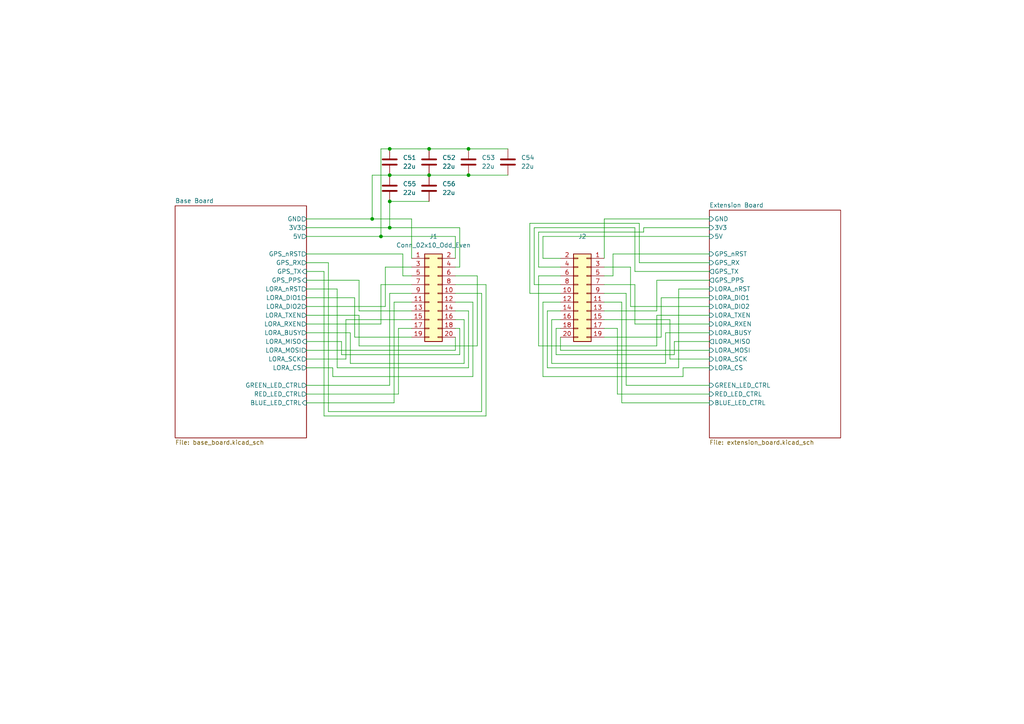
<source format=kicad_sch>
(kicad_sch
	(version 20231120)
	(generator "eeschema")
	(generator_version "8.0")
	(uuid "2b2e7a46-7688-49d7-b5d0-90683ba998fa")
	(paper "A4")
	(lib_symbols
		(symbol "Connector_Generic:Conn_02x10_Odd_Even"
			(pin_names
				(offset 1.016) hide)
			(exclude_from_sim no)
			(in_bom yes)
			(on_board yes)
			(property "Reference" "J"
				(at 1.27 12.7 0)
				(effects
					(font
						(size 1.27 1.27)
					)
				)
			)
			(property "Value" "Conn_02x10_Odd_Even"
				(at 1.27 -15.24 0)
				(effects
					(font
						(size 1.27 1.27)
					)
				)
			)
			(property "Footprint" ""
				(at 0 0 0)
				(effects
					(font
						(size 1.27 1.27)
					)
					(hide yes)
				)
			)
			(property "Datasheet" "~"
				(at 0 0 0)
				(effects
					(font
						(size 1.27 1.27)
					)
					(hide yes)
				)
			)
			(property "Description" "Generic connector, double row, 02x10, odd/even pin numbering scheme (row 1 odd numbers, row 2 even numbers), script generated (kicad-library-utils/schlib/autogen/connector/)"
				(at 0 0 0)
				(effects
					(font
						(size 1.27 1.27)
					)
					(hide yes)
				)
			)
			(property "ki_keywords" "connector"
				(at 0 0 0)
				(effects
					(font
						(size 1.27 1.27)
					)
					(hide yes)
				)
			)
			(property "ki_fp_filters" "Connector*:*_2x??_*"
				(at 0 0 0)
				(effects
					(font
						(size 1.27 1.27)
					)
					(hide yes)
				)
			)
			(symbol "Conn_02x10_Odd_Even_1_1"
				(rectangle
					(start -1.27 -12.573)
					(end 0 -12.827)
					(stroke
						(width 0.1524)
						(type default)
					)
					(fill
						(type none)
					)
				)
				(rectangle
					(start -1.27 -10.033)
					(end 0 -10.287)
					(stroke
						(width 0.1524)
						(type default)
					)
					(fill
						(type none)
					)
				)
				(rectangle
					(start -1.27 -7.493)
					(end 0 -7.747)
					(stroke
						(width 0.1524)
						(type default)
					)
					(fill
						(type none)
					)
				)
				(rectangle
					(start -1.27 -4.953)
					(end 0 -5.207)
					(stroke
						(width 0.1524)
						(type default)
					)
					(fill
						(type none)
					)
				)
				(rectangle
					(start -1.27 -2.413)
					(end 0 -2.667)
					(stroke
						(width 0.1524)
						(type default)
					)
					(fill
						(type none)
					)
				)
				(rectangle
					(start -1.27 0.127)
					(end 0 -0.127)
					(stroke
						(width 0.1524)
						(type default)
					)
					(fill
						(type none)
					)
				)
				(rectangle
					(start -1.27 2.667)
					(end 0 2.413)
					(stroke
						(width 0.1524)
						(type default)
					)
					(fill
						(type none)
					)
				)
				(rectangle
					(start -1.27 5.207)
					(end 0 4.953)
					(stroke
						(width 0.1524)
						(type default)
					)
					(fill
						(type none)
					)
				)
				(rectangle
					(start -1.27 7.747)
					(end 0 7.493)
					(stroke
						(width 0.1524)
						(type default)
					)
					(fill
						(type none)
					)
				)
				(rectangle
					(start -1.27 10.287)
					(end 0 10.033)
					(stroke
						(width 0.1524)
						(type default)
					)
					(fill
						(type none)
					)
				)
				(rectangle
					(start -1.27 11.43)
					(end 3.81 -13.97)
					(stroke
						(width 0.254)
						(type default)
					)
					(fill
						(type background)
					)
				)
				(rectangle
					(start 3.81 -12.573)
					(end 2.54 -12.827)
					(stroke
						(width 0.1524)
						(type default)
					)
					(fill
						(type none)
					)
				)
				(rectangle
					(start 3.81 -10.033)
					(end 2.54 -10.287)
					(stroke
						(width 0.1524)
						(type default)
					)
					(fill
						(type none)
					)
				)
				(rectangle
					(start 3.81 -7.493)
					(end 2.54 -7.747)
					(stroke
						(width 0.1524)
						(type default)
					)
					(fill
						(type none)
					)
				)
				(rectangle
					(start 3.81 -4.953)
					(end 2.54 -5.207)
					(stroke
						(width 0.1524)
						(type default)
					)
					(fill
						(type none)
					)
				)
				(rectangle
					(start 3.81 -2.413)
					(end 2.54 -2.667)
					(stroke
						(width 0.1524)
						(type default)
					)
					(fill
						(type none)
					)
				)
				(rectangle
					(start 3.81 0.127)
					(end 2.54 -0.127)
					(stroke
						(width 0.1524)
						(type default)
					)
					(fill
						(type none)
					)
				)
				(rectangle
					(start 3.81 2.667)
					(end 2.54 2.413)
					(stroke
						(width 0.1524)
						(type default)
					)
					(fill
						(type none)
					)
				)
				(rectangle
					(start 3.81 5.207)
					(end 2.54 4.953)
					(stroke
						(width 0.1524)
						(type default)
					)
					(fill
						(type none)
					)
				)
				(rectangle
					(start 3.81 7.747)
					(end 2.54 7.493)
					(stroke
						(width 0.1524)
						(type default)
					)
					(fill
						(type none)
					)
				)
				(rectangle
					(start 3.81 10.287)
					(end 2.54 10.033)
					(stroke
						(width 0.1524)
						(type default)
					)
					(fill
						(type none)
					)
				)
				(pin passive line
					(at -5.08 10.16 0)
					(length 3.81)
					(name "Pin_1"
						(effects
							(font
								(size 1.27 1.27)
							)
						)
					)
					(number "1"
						(effects
							(font
								(size 1.27 1.27)
							)
						)
					)
				)
				(pin passive line
					(at 7.62 0 180)
					(length 3.81)
					(name "Pin_10"
						(effects
							(font
								(size 1.27 1.27)
							)
						)
					)
					(number "10"
						(effects
							(font
								(size 1.27 1.27)
							)
						)
					)
				)
				(pin passive line
					(at -5.08 -2.54 0)
					(length 3.81)
					(name "Pin_11"
						(effects
							(font
								(size 1.27 1.27)
							)
						)
					)
					(number "11"
						(effects
							(font
								(size 1.27 1.27)
							)
						)
					)
				)
				(pin passive line
					(at 7.62 -2.54 180)
					(length 3.81)
					(name "Pin_12"
						(effects
							(font
								(size 1.27 1.27)
							)
						)
					)
					(number "12"
						(effects
							(font
								(size 1.27 1.27)
							)
						)
					)
				)
				(pin passive line
					(at -5.08 -5.08 0)
					(length 3.81)
					(name "Pin_13"
						(effects
							(font
								(size 1.27 1.27)
							)
						)
					)
					(number "13"
						(effects
							(font
								(size 1.27 1.27)
							)
						)
					)
				)
				(pin passive line
					(at 7.62 -5.08 180)
					(length 3.81)
					(name "Pin_14"
						(effects
							(font
								(size 1.27 1.27)
							)
						)
					)
					(number "14"
						(effects
							(font
								(size 1.27 1.27)
							)
						)
					)
				)
				(pin passive line
					(at -5.08 -7.62 0)
					(length 3.81)
					(name "Pin_15"
						(effects
							(font
								(size 1.27 1.27)
							)
						)
					)
					(number "15"
						(effects
							(font
								(size 1.27 1.27)
							)
						)
					)
				)
				(pin passive line
					(at 7.62 -7.62 180)
					(length 3.81)
					(name "Pin_16"
						(effects
							(font
								(size 1.27 1.27)
							)
						)
					)
					(number "16"
						(effects
							(font
								(size 1.27 1.27)
							)
						)
					)
				)
				(pin passive line
					(at -5.08 -10.16 0)
					(length 3.81)
					(name "Pin_17"
						(effects
							(font
								(size 1.27 1.27)
							)
						)
					)
					(number "17"
						(effects
							(font
								(size 1.27 1.27)
							)
						)
					)
				)
				(pin passive line
					(at 7.62 -10.16 180)
					(length 3.81)
					(name "Pin_18"
						(effects
							(font
								(size 1.27 1.27)
							)
						)
					)
					(number "18"
						(effects
							(font
								(size 1.27 1.27)
							)
						)
					)
				)
				(pin passive line
					(at -5.08 -12.7 0)
					(length 3.81)
					(name "Pin_19"
						(effects
							(font
								(size 1.27 1.27)
							)
						)
					)
					(number "19"
						(effects
							(font
								(size 1.27 1.27)
							)
						)
					)
				)
				(pin passive line
					(at 7.62 10.16 180)
					(length 3.81)
					(name "Pin_2"
						(effects
							(font
								(size 1.27 1.27)
							)
						)
					)
					(number "2"
						(effects
							(font
								(size 1.27 1.27)
							)
						)
					)
				)
				(pin passive line
					(at 7.62 -12.7 180)
					(length 3.81)
					(name "Pin_20"
						(effects
							(font
								(size 1.27 1.27)
							)
						)
					)
					(number "20"
						(effects
							(font
								(size 1.27 1.27)
							)
						)
					)
				)
				(pin passive line
					(at -5.08 7.62 0)
					(length 3.81)
					(name "Pin_3"
						(effects
							(font
								(size 1.27 1.27)
							)
						)
					)
					(number "3"
						(effects
							(font
								(size 1.27 1.27)
							)
						)
					)
				)
				(pin passive line
					(at 7.62 7.62 180)
					(length 3.81)
					(name "Pin_4"
						(effects
							(font
								(size 1.27 1.27)
							)
						)
					)
					(number "4"
						(effects
							(font
								(size 1.27 1.27)
							)
						)
					)
				)
				(pin passive line
					(at -5.08 5.08 0)
					(length 3.81)
					(name "Pin_5"
						(effects
							(font
								(size 1.27 1.27)
							)
						)
					)
					(number "5"
						(effects
							(font
								(size 1.27 1.27)
							)
						)
					)
				)
				(pin passive line
					(at 7.62 5.08 180)
					(length 3.81)
					(name "Pin_6"
						(effects
							(font
								(size 1.27 1.27)
							)
						)
					)
					(number "6"
						(effects
							(font
								(size 1.27 1.27)
							)
						)
					)
				)
				(pin passive line
					(at -5.08 2.54 0)
					(length 3.81)
					(name "Pin_7"
						(effects
							(font
								(size 1.27 1.27)
							)
						)
					)
					(number "7"
						(effects
							(font
								(size 1.27 1.27)
							)
						)
					)
				)
				(pin passive line
					(at 7.62 2.54 180)
					(length 3.81)
					(name "Pin_8"
						(effects
							(font
								(size 1.27 1.27)
							)
						)
					)
					(number "8"
						(effects
							(font
								(size 1.27 1.27)
							)
						)
					)
				)
				(pin passive line
					(at -5.08 0 0)
					(length 3.81)
					(name "Pin_9"
						(effects
							(font
								(size 1.27 1.27)
							)
						)
					)
					(number "9"
						(effects
							(font
								(size 1.27 1.27)
							)
						)
					)
				)
			)
		)
		(symbol "Device:C"
			(pin_numbers hide)
			(pin_names
				(offset 0.254)
			)
			(exclude_from_sim no)
			(in_bom yes)
			(on_board yes)
			(property "Reference" "C"
				(at 0.635 2.54 0)
				(effects
					(font
						(size 1.27 1.27)
					)
					(justify left)
				)
			)
			(property "Value" "C"
				(at 0.635 -2.54 0)
				(effects
					(font
						(size 1.27 1.27)
					)
					(justify left)
				)
			)
			(property "Footprint" ""
				(at 0.9652 -3.81 0)
				(effects
					(font
						(size 1.27 1.27)
					)
					(hide yes)
				)
			)
			(property "Datasheet" "~"
				(at 0 0 0)
				(effects
					(font
						(size 1.27 1.27)
					)
					(hide yes)
				)
			)
			(property "Description" "Unpolarized capacitor"
				(at 0 0 0)
				(effects
					(font
						(size 1.27 1.27)
					)
					(hide yes)
				)
			)
			(property "ki_keywords" "cap capacitor"
				(at 0 0 0)
				(effects
					(font
						(size 1.27 1.27)
					)
					(hide yes)
				)
			)
			(property "ki_fp_filters" "C_*"
				(at 0 0 0)
				(effects
					(font
						(size 1.27 1.27)
					)
					(hide yes)
				)
			)
			(symbol "C_0_1"
				(polyline
					(pts
						(xy -2.032 -0.762) (xy 2.032 -0.762)
					)
					(stroke
						(width 0.508)
						(type default)
					)
					(fill
						(type none)
					)
				)
				(polyline
					(pts
						(xy -2.032 0.762) (xy 2.032 0.762)
					)
					(stroke
						(width 0.508)
						(type default)
					)
					(fill
						(type none)
					)
				)
			)
			(symbol "C_1_1"
				(pin passive line
					(at 0 3.81 270)
					(length 2.794)
					(name "~"
						(effects
							(font
								(size 1.27 1.27)
							)
						)
					)
					(number "1"
						(effects
							(font
								(size 1.27 1.27)
							)
						)
					)
				)
				(pin passive line
					(at 0 -3.81 90)
					(length 2.794)
					(name "~"
						(effects
							(font
								(size 1.27 1.27)
							)
						)
					)
					(number "2"
						(effects
							(font
								(size 1.27 1.27)
							)
						)
					)
				)
			)
		)
	)
	(junction
		(at 124.46 43.18)
		(diameter 0)
		(color 0 0 0 0)
		(uuid "2d6a50f4-88de-4b91-b0b4-6e9b923007e7")
	)
	(junction
		(at 110.49 68.58)
		(diameter 0)
		(color 0 0 0 0)
		(uuid "3fbc9d23-8b58-44af-ac7c-15ea19be5e91")
	)
	(junction
		(at 124.46 50.8)
		(diameter 0)
		(color 0 0 0 0)
		(uuid "6cf7f491-3399-481c-bdbc-bb6d3bde361d")
	)
	(junction
		(at 113.03 50.8)
		(diameter 0)
		(color 0 0 0 0)
		(uuid "71cf809f-0d8c-4abf-ab55-0eab26084ff8")
	)
	(junction
		(at 113.03 58.42)
		(diameter 0)
		(color 0 0 0 0)
		(uuid "ae8eb9c5-e7f2-40a2-94b3-3ffcbf1fc719")
	)
	(junction
		(at 113.03 43.18)
		(diameter 0)
		(color 0 0 0 0)
		(uuid "af5576d5-e3a4-4aee-a4cc-9fb89bc303b8")
	)
	(junction
		(at 107.95 63.5)
		(diameter 0)
		(color 0 0 0 0)
		(uuid "afd2af06-804e-4a79-a457-c5e6b58ca1dd")
	)
	(junction
		(at 135.89 43.18)
		(diameter 0)
		(color 0 0 0 0)
		(uuid "c5ba8a63-ddf2-42fd-acc6-69b4e21433ab")
	)
	(junction
		(at 113.03 66.04)
		(diameter 0)
		(color 0 0 0 0)
		(uuid "e3e3cf75-f95d-4db0-8a78-faaab0401dce")
	)
	(junction
		(at 135.89 50.8)
		(diameter 0)
		(color 0 0 0 0)
		(uuid "fe3ec198-cd91-41af-86ac-bffaed135626")
	)
	(wire
		(pts
			(xy 97.79 106.68) (xy 97.79 83.82)
		)
		(stroke
			(width 0)
			(type default)
		)
		(uuid "003466cc-b3b9-4d59-a565-ea3ab787998b")
	)
	(wire
		(pts
			(xy 96.52 109.22) (xy 96.52 106.68)
		)
		(stroke
			(width 0)
			(type default)
		)
		(uuid "00e28fdf-a61e-4532-b9fb-5104c01d3b61")
	)
	(wire
		(pts
			(xy 162.56 74.93) (xy 157.48 74.93)
		)
		(stroke
			(width 0)
			(type default)
		)
		(uuid "04d4cc38-5307-4a1e-bcaa-9483df3dfeb1")
	)
	(wire
		(pts
			(xy 186.69 66.04) (xy 205.74 66.04)
		)
		(stroke
			(width 0)
			(type default)
		)
		(uuid "069c6914-a53c-4974-8b16-de7d445b89e8")
	)
	(wire
		(pts
			(xy 114.3 87.63) (xy 114.3 116.84)
		)
		(stroke
			(width 0)
			(type default)
		)
		(uuid "06e854d9-a3dd-43d6-a476-33278614a2de")
	)
	(wire
		(pts
			(xy 119.38 87.63) (xy 114.3 87.63)
		)
		(stroke
			(width 0)
			(type default)
		)
		(uuid "071236d5-92dc-42b4-b608-e74eebda1c70")
	)
	(wire
		(pts
			(xy 101.6 96.52) (xy 88.9 96.52)
		)
		(stroke
			(width 0)
			(type default)
		)
		(uuid "08cd3716-bb08-4729-a301-c2a0311fcf31")
	)
	(wire
		(pts
			(xy 157.48 74.93) (xy 157.48 68.58)
		)
		(stroke
			(width 0)
			(type default)
		)
		(uuid "0ad08af6-2a19-46b9-a2cf-3fcb46bff67c")
	)
	(wire
		(pts
			(xy 190.5 90.17) (xy 190.5 81.28)
		)
		(stroke
			(width 0)
			(type default)
		)
		(uuid "0d414ab1-879d-4812-8442-c6fe92cc80a0")
	)
	(wire
		(pts
			(xy 161.29 95.25) (xy 161.29 102.87)
		)
		(stroke
			(width 0)
			(type default)
		)
		(uuid "0f9924dd-2e10-4730-bc31-982d845634e9")
	)
	(wire
		(pts
			(xy 153.67 85.09) (xy 153.67 64.77)
		)
		(stroke
			(width 0)
			(type default)
		)
		(uuid "13b9db6d-2e7a-40b3-a2e4-5289ec9ee1b3")
	)
	(wire
		(pts
			(xy 184.15 78.74) (xy 205.74 78.74)
		)
		(stroke
			(width 0)
			(type default)
		)
		(uuid "158e8256-fa70-4a0b-960c-2aa687a9579b")
	)
	(wire
		(pts
			(xy 182.88 77.47) (xy 182.88 88.9)
		)
		(stroke
			(width 0)
			(type default)
		)
		(uuid "1737a45f-b214-4829-9ee2-04e65aa63ea9")
	)
	(wire
		(pts
			(xy 132.08 92.71) (xy 134.62 92.71)
		)
		(stroke
			(width 0)
			(type default)
		)
		(uuid "1792d637-3831-4bdb-b8cd-3b6014cc5829")
	)
	(wire
		(pts
			(xy 191.77 97.79) (xy 191.77 86.36)
		)
		(stroke
			(width 0)
			(type default)
		)
		(uuid "17cc022d-14ce-4cca-9bc0-490b11b28ec9")
	)
	(wire
		(pts
			(xy 135.89 43.18) (xy 147.32 43.18)
		)
		(stroke
			(width 0)
			(type default)
		)
		(uuid "18229356-67ac-4458-8186-053a874d67d2")
	)
	(wire
		(pts
			(xy 124.46 50.8) (xy 135.89 50.8)
		)
		(stroke
			(width 0)
			(type default)
		)
		(uuid "18eda1b0-7ab8-4440-a7b9-69e4709f1768")
	)
	(wire
		(pts
			(xy 162.56 82.55) (xy 154.94 82.55)
		)
		(stroke
			(width 0)
			(type default)
		)
		(uuid "1aa6609f-c218-469c-9281-babd17a5517f")
	)
	(wire
		(pts
			(xy 162.56 80.01) (xy 156.21 80.01)
		)
		(stroke
			(width 0)
			(type default)
		)
		(uuid "1ad23177-3d3e-45f4-9775-28d8492abea7")
	)
	(wire
		(pts
			(xy 97.79 83.82) (xy 88.9 83.82)
		)
		(stroke
			(width 0)
			(type default)
		)
		(uuid "1fb3b7ae-a6d4-470f-8da8-0c20ae267dbc")
	)
	(wire
		(pts
			(xy 110.49 68.58) (xy 132.08 68.58)
		)
		(stroke
			(width 0)
			(type default)
		)
		(uuid "20990c40-d029-4158-bc0a-c5fc98a8db3e")
	)
	(wire
		(pts
			(xy 158.75 106.68) (xy 196.85 106.68)
		)
		(stroke
			(width 0)
			(type default)
		)
		(uuid "23811c22-c9c2-4d5e-8c76-05f8af59af8c")
	)
	(wire
		(pts
			(xy 110.49 93.98) (xy 110.49 82.55)
		)
		(stroke
			(width 0)
			(type default)
		)
		(uuid "2473fe70-2fc6-4783-8c84-9fe7775b2158")
	)
	(wire
		(pts
			(xy 195.58 102.87) (xy 195.58 99.06)
		)
		(stroke
			(width 0)
			(type default)
		)
		(uuid "248cb1a1-26c7-4c09-bd6d-47488b8ca999")
	)
	(wire
		(pts
			(xy 116.84 73.66) (xy 88.9 73.66)
		)
		(stroke
			(width 0)
			(type default)
		)
		(uuid "25e1ecf0-8865-4a20-b15b-8d2abf83dd9a")
	)
	(wire
		(pts
			(xy 198.12 106.68) (xy 205.74 106.68)
		)
		(stroke
			(width 0)
			(type default)
		)
		(uuid "28239b6e-0410-4106-8ffc-8a3191b6265d")
	)
	(wire
		(pts
			(xy 104.14 90.17) (xy 104.14 81.28)
		)
		(stroke
			(width 0)
			(type default)
		)
		(uuid "28c37fe3-4f47-4bac-ae0d-7ee43660dc7d")
	)
	(wire
		(pts
			(xy 198.12 109.22) (xy 198.12 106.68)
		)
		(stroke
			(width 0)
			(type default)
		)
		(uuid "29d710c1-a958-4c10-9c79-287ae2e300f0")
	)
	(wire
		(pts
			(xy 182.88 88.9) (xy 205.74 88.9)
		)
		(stroke
			(width 0)
			(type default)
		)
		(uuid "2a200d2b-aa85-419e-9d68-db62cafb78c4")
	)
	(wire
		(pts
			(xy 93.98 78.74) (xy 93.98 120.65)
		)
		(stroke
			(width 0)
			(type default)
		)
		(uuid "3008656f-b934-47a7-9654-2ad1891aa22f")
	)
	(wire
		(pts
			(xy 132.08 95.25) (xy 133.35 95.25)
		)
		(stroke
			(width 0)
			(type default)
		)
		(uuid "3008aeb0-d1cf-462d-b43e-aba39ce079b3")
	)
	(wire
		(pts
			(xy 191.77 86.36) (xy 205.74 86.36)
		)
		(stroke
			(width 0)
			(type default)
		)
		(uuid "33a4d9e7-9049-4bc0-93cf-c58341e7ea9c")
	)
	(wire
		(pts
			(xy 100.33 92.71) (xy 100.33 104.14)
		)
		(stroke
			(width 0)
			(type default)
		)
		(uuid "37635e6f-458d-4f9b-b17d-f631bb329643")
	)
	(wire
		(pts
			(xy 139.7 85.09) (xy 139.7 119.38)
		)
		(stroke
			(width 0)
			(type default)
		)
		(uuid "39ae4a79-5b98-48b4-b74d-0522f79d02d3")
	)
	(wire
		(pts
			(xy 132.08 85.09) (xy 139.7 85.09)
		)
		(stroke
			(width 0)
			(type default)
		)
		(uuid "3db4c707-cc54-4309-8c35-bcfb70b31b9c")
	)
	(wire
		(pts
			(xy 156.21 67.31) (xy 186.69 67.31)
		)
		(stroke
			(width 0)
			(type default)
		)
		(uuid "40dba8d4-a29f-4568-8eb7-ab0d6298253d")
	)
	(wire
		(pts
			(xy 107.95 63.5) (xy 119.38 63.5)
		)
		(stroke
			(width 0)
			(type default)
		)
		(uuid "4620ad43-eaba-4058-815e-c9d3f62f501b")
	)
	(wire
		(pts
			(xy 179.07 95.25) (xy 179.07 114.3)
		)
		(stroke
			(width 0)
			(type default)
		)
		(uuid "46c280e8-3c44-45e2-accc-ff4f985d8909")
	)
	(wire
		(pts
			(xy 175.26 87.63) (xy 180.34 87.63)
		)
		(stroke
			(width 0)
			(type default)
		)
		(uuid "47c6a2ea-58ad-41ef-88aa-86a6c6b6a8c7")
	)
	(wire
		(pts
			(xy 93.98 120.65) (xy 140.97 120.65)
		)
		(stroke
			(width 0)
			(type default)
		)
		(uuid "49ecc3e3-562c-4958-9fe6-5ab37c7fd734")
	)
	(wire
		(pts
			(xy 175.26 90.17) (xy 190.5 90.17)
		)
		(stroke
			(width 0)
			(type default)
		)
		(uuid "4b2506a7-f27c-4392-ac01-cc05891ba3ee")
	)
	(wire
		(pts
			(xy 88.9 66.04) (xy 113.03 66.04)
		)
		(stroke
			(width 0)
			(type default)
		)
		(uuid "4d2ebf99-8b6b-495d-a449-7029b12c4021")
	)
	(wire
		(pts
			(xy 132.08 97.79) (xy 132.08 101.6)
		)
		(stroke
			(width 0)
			(type default)
		)
		(uuid "4d909b5e-267b-4aff-8254-a3debca18d11")
	)
	(wire
		(pts
			(xy 190.5 100.33) (xy 190.5 91.44)
		)
		(stroke
			(width 0)
			(type default)
		)
		(uuid "4e07440c-caad-4fa3-a6a7-d02da1c00fda")
	)
	(wire
		(pts
			(xy 113.03 43.18) (xy 110.49 43.18)
		)
		(stroke
			(width 0)
			(type default)
		)
		(uuid "4e3c55e7-6e6b-46d7-ac55-887264db97de")
	)
	(wire
		(pts
			(xy 134.62 92.71) (xy 134.62 105.41)
		)
		(stroke
			(width 0)
			(type default)
		)
		(uuid "4f8a7991-334b-4a3a-a082-61779d08dd9a")
	)
	(wire
		(pts
			(xy 135.89 106.68) (xy 97.79 106.68)
		)
		(stroke
			(width 0)
			(type default)
		)
		(uuid "50f6c98e-ad2e-4f4f-b4f3-d5489767d86d")
	)
	(wire
		(pts
			(xy 177.8 73.66) (xy 205.74 73.66)
		)
		(stroke
			(width 0)
			(type default)
		)
		(uuid "522b6be2-b632-4ae2-82f8-45488790a071")
	)
	(wire
		(pts
			(xy 132.08 80.01) (xy 138.43 80.01)
		)
		(stroke
			(width 0)
			(type default)
		)
		(uuid "5420d283-74d7-4c92-b545-7429b8017892")
	)
	(wire
		(pts
			(xy 111.76 77.47) (xy 111.76 88.9)
		)
		(stroke
			(width 0)
			(type default)
		)
		(uuid "54368015-c595-4838-8228-3dcb63e9baa0")
	)
	(wire
		(pts
			(xy 119.38 74.93) (xy 119.38 63.5)
		)
		(stroke
			(width 0)
			(type default)
		)
		(uuid "5455b06c-d80b-4ff8-94c4-297ce064961c")
	)
	(wire
		(pts
			(xy 175.26 95.25) (xy 179.07 95.25)
		)
		(stroke
			(width 0)
			(type default)
		)
		(uuid "5a62216d-235c-4502-826c-03bf5add5146")
	)
	(wire
		(pts
			(xy 113.03 66.04) (xy 133.35 66.04)
		)
		(stroke
			(width 0)
			(type default)
		)
		(uuid "5b8de52b-52e4-49dd-b250-ddceaecc4881")
	)
	(wire
		(pts
			(xy 133.35 66.04) (xy 133.35 77.47)
		)
		(stroke
			(width 0)
			(type default)
		)
		(uuid "5ef3499f-4465-48ee-867f-5b99c8232388")
	)
	(wire
		(pts
			(xy 113.03 85.09) (xy 113.03 111.76)
		)
		(stroke
			(width 0)
			(type default)
		)
		(uuid "62308f7a-661d-4eb6-985a-74fffdc5f674")
	)
	(wire
		(pts
			(xy 194.31 104.14) (xy 205.74 104.14)
		)
		(stroke
			(width 0)
			(type default)
		)
		(uuid "63ce05c5-75a2-4f56-9fe5-21ca225557cd")
	)
	(wire
		(pts
			(xy 119.38 90.17) (xy 104.14 90.17)
		)
		(stroke
			(width 0)
			(type default)
		)
		(uuid "69cc4c00-7d0f-4956-92c9-0c1b08079043")
	)
	(wire
		(pts
			(xy 102.87 86.36) (xy 88.9 86.36)
		)
		(stroke
			(width 0)
			(type default)
		)
		(uuid "69f6a3c6-f83e-41dc-8427-aeea67b38da8")
	)
	(wire
		(pts
			(xy 162.56 85.09) (xy 153.67 85.09)
		)
		(stroke
			(width 0)
			(type default)
		)
		(uuid "6c7e5186-41b9-4017-ab15-abe9f8829fbf")
	)
	(wire
		(pts
			(xy 162.56 90.17) (xy 158.75 90.17)
		)
		(stroke
			(width 0)
			(type default)
		)
		(uuid "6daca771-9af7-4d92-b8b8-b5355a48a64f")
	)
	(wire
		(pts
			(xy 175.26 74.93) (xy 175.26 63.5)
		)
		(stroke
			(width 0)
			(type default)
		)
		(uuid "6dc140c1-c471-445d-9bdf-6d1b017415b4")
	)
	(wire
		(pts
			(xy 196.85 83.82) (xy 205.74 83.82)
		)
		(stroke
			(width 0)
			(type default)
		)
		(uuid "6e67e2d8-6308-4339-b273-d74abfd256b1")
	)
	(wire
		(pts
			(xy 104.14 100.33) (xy 104.14 91.44)
		)
		(stroke
			(width 0)
			(type default)
		)
		(uuid "6fb98c96-6e37-4343-9495-7ff0d7aac434")
	)
	(wire
		(pts
			(xy 116.84 80.01) (xy 119.38 80.01)
		)
		(stroke
			(width 0)
			(type default)
		)
		(uuid "7183aa96-1e66-4ba8-8e3f-61ee2939a79e")
	)
	(wire
		(pts
			(xy 180.34 116.84) (xy 205.74 116.84)
		)
		(stroke
			(width 0)
			(type default)
		)
		(uuid "71bfedec-0fb8-4296-805a-32f7a9542f74")
	)
	(wire
		(pts
			(xy 115.57 95.25) (xy 115.57 114.3)
		)
		(stroke
			(width 0)
			(type default)
		)
		(uuid "738b6f58-2d24-4334-a641-e2a1be4555e7")
	)
	(wire
		(pts
			(xy 113.03 58.42) (xy 113.03 66.04)
		)
		(stroke
			(width 0)
			(type default)
		)
		(uuid "73c29640-5864-43f3-a6cf-d5f3e706c1a6")
	)
	(wire
		(pts
			(xy 124.46 43.18) (xy 135.89 43.18)
		)
		(stroke
			(width 0)
			(type default)
		)
		(uuid "74a0113d-0262-405c-9303-1e659754d1d7")
	)
	(wire
		(pts
			(xy 132.08 87.63) (xy 137.16 87.63)
		)
		(stroke
			(width 0)
			(type default)
		)
		(uuid "761a4a20-debc-4107-911f-decf5a165e52")
	)
	(wire
		(pts
			(xy 175.26 77.47) (xy 182.88 77.47)
		)
		(stroke
			(width 0)
			(type default)
		)
		(uuid "79065664-c33a-4915-9067-21d44e2853a7")
	)
	(wire
		(pts
			(xy 179.07 114.3) (xy 205.74 114.3)
		)
		(stroke
			(width 0)
			(type default)
		)
		(uuid "7bb59ffb-6d6c-48f4-8042-d04c6354f924")
	)
	(wire
		(pts
			(xy 140.97 120.65) (xy 140.97 82.55)
		)
		(stroke
			(width 0)
			(type default)
		)
		(uuid "7f5efa5c-ea63-4c07-bee5-e74e1d1d9465")
	)
	(wire
		(pts
			(xy 162.56 92.71) (xy 160.02 92.71)
		)
		(stroke
			(width 0)
			(type default)
		)
		(uuid "7f8343ac-6419-49fc-9464-fdfda929c61c")
	)
	(wire
		(pts
			(xy 113.03 111.76) (xy 88.9 111.76)
		)
		(stroke
			(width 0)
			(type default)
		)
		(uuid "7fc340e2-acab-4043-9f2e-f94797510264")
	)
	(wire
		(pts
			(xy 119.38 77.47) (xy 111.76 77.47)
		)
		(stroke
			(width 0)
			(type default)
		)
		(uuid "8165034e-41be-408c-ace9-9c525e12fd76")
	)
	(wire
		(pts
			(xy 162.56 101.6) (xy 205.74 101.6)
		)
		(stroke
			(width 0)
			(type default)
		)
		(uuid "823d00ca-6af7-478b-9d91-13c56eda9f6f")
	)
	(wire
		(pts
			(xy 181.61 111.76) (xy 205.74 111.76)
		)
		(stroke
			(width 0)
			(type default)
		)
		(uuid "856698fa-04d8-4647-bc42-1868f4d551bb")
	)
	(wire
		(pts
			(xy 104.14 81.28) (xy 88.9 81.28)
		)
		(stroke
			(width 0)
			(type default)
		)
		(uuid "859bb560-7ca8-464f-811b-6e03ddf46db3")
	)
	(wire
		(pts
			(xy 162.56 95.25) (xy 161.29 95.25)
		)
		(stroke
			(width 0)
			(type default)
		)
		(uuid "8746be3d-376b-4418-bac8-ea3964c21d97")
	)
	(wire
		(pts
			(xy 156.21 80.01) (xy 156.21 100.33)
		)
		(stroke
			(width 0)
			(type default)
		)
		(uuid "8b8ce566-6ec7-4891-ab45-15062112ffea")
	)
	(wire
		(pts
			(xy 195.58 99.06) (xy 205.74 99.06)
		)
		(stroke
			(width 0)
			(type default)
		)
		(uuid "8e235e6d-116a-4747-b3b1-b2e38cd31063")
	)
	(wire
		(pts
			(xy 160.02 92.71) (xy 160.02 105.41)
		)
		(stroke
			(width 0)
			(type default)
		)
		(uuid "8ef79860-2376-4bd6-9aa4-7c21180e700a")
	)
	(wire
		(pts
			(xy 156.21 77.47) (xy 156.21 67.31)
		)
		(stroke
			(width 0)
			(type default)
		)
		(uuid "8f71e88f-8938-49fa-b643-e72962cb8baa")
	)
	(wire
		(pts
			(xy 156.21 100.33) (xy 190.5 100.33)
		)
		(stroke
			(width 0)
			(type default)
		)
		(uuid "9000cff4-e73f-4c3c-81fa-e9543e579489")
	)
	(wire
		(pts
			(xy 196.85 106.68) (xy 196.85 83.82)
		)
		(stroke
			(width 0)
			(type default)
		)
		(uuid "905b374d-50f1-4923-926b-8683f8470464")
	)
	(wire
		(pts
			(xy 193.04 96.52) (xy 205.74 96.52)
		)
		(stroke
			(width 0)
			(type default)
		)
		(uuid "91c29d19-38eb-45c0-8281-5f4e6d71c890")
	)
	(wire
		(pts
			(xy 186.69 67.31) (xy 186.69 66.04)
		)
		(stroke
			(width 0)
			(type default)
		)
		(uuid "9315172c-f341-43aa-b380-f0777821b235")
	)
	(wire
		(pts
			(xy 132.08 90.17) (xy 135.89 90.17)
		)
		(stroke
			(width 0)
			(type default)
		)
		(uuid "93241b4a-f374-4415-981a-de054a0db40e")
	)
	(wire
		(pts
			(xy 110.49 43.18) (xy 110.49 68.58)
		)
		(stroke
			(width 0)
			(type default)
		)
		(uuid "954ae910-7b55-4693-9d1b-64cdbabb933e")
	)
	(wire
		(pts
			(xy 157.48 109.22) (xy 198.12 109.22)
		)
		(stroke
			(width 0)
			(type default)
		)
		(uuid "95739ebc-e5b0-4c3c-8c0b-65ba192b1d80")
	)
	(wire
		(pts
			(xy 162.56 87.63) (xy 157.48 87.63)
		)
		(stroke
			(width 0)
			(type default)
		)
		(uuid "96b795d5-efd6-4786-8758-a119ac17cad6")
	)
	(wire
		(pts
			(xy 153.67 64.77) (xy 185.42 64.77)
		)
		(stroke
			(width 0)
			(type default)
		)
		(uuid "9771e01e-0399-4499-a1f4-98a0ec279a8b")
	)
	(wire
		(pts
			(xy 88.9 68.58) (xy 110.49 68.58)
		)
		(stroke
			(width 0)
			(type default)
		)
		(uuid "9835b6f0-abf8-48fa-8d77-23d882ef948c")
	)
	(wire
		(pts
			(xy 132.08 101.6) (xy 88.9 101.6)
		)
		(stroke
			(width 0)
			(type default)
		)
		(uuid "9a2f0d65-4104-4eff-92f6-10da806c3725")
	)
	(wire
		(pts
			(xy 194.31 92.71) (xy 194.31 104.14)
		)
		(stroke
			(width 0)
			(type default)
		)
		(uuid "a2338749-d2ec-4f47-88ff-8d9c623d50e7")
	)
	(wire
		(pts
			(xy 190.5 91.44) (xy 205.74 91.44)
		)
		(stroke
			(width 0)
			(type default)
		)
		(uuid "a3a365d5-75ca-4981-8c66-fce0695b63f8")
	)
	(wire
		(pts
			(xy 133.35 95.25) (xy 133.35 102.87)
		)
		(stroke
			(width 0)
			(type default)
		)
		(uuid "a671aea4-f5b2-4324-aeed-bcb13e35304e")
	)
	(wire
		(pts
			(xy 154.94 66.04) (xy 184.15 66.04)
		)
		(stroke
			(width 0)
			(type default)
		)
		(uuid "a67dfb81-070a-4ef9-8cb7-1491d7fbe592")
	)
	(wire
		(pts
			(xy 88.9 63.5) (xy 107.95 63.5)
		)
		(stroke
			(width 0)
			(type default)
		)
		(uuid "a6ad6c38-447c-4067-8e27-2ee009579bb0")
	)
	(wire
		(pts
			(xy 175.26 63.5) (xy 205.74 63.5)
		)
		(stroke
			(width 0)
			(type default)
		)
		(uuid "a9af7788-083c-4051-9125-7743e45f0f1d")
	)
	(wire
		(pts
			(xy 107.95 50.8) (xy 113.03 50.8)
		)
		(stroke
			(width 0)
			(type default)
		)
		(uuid "a9f84a94-60ef-4abf-b30f-5482903409d0")
	)
	(wire
		(pts
			(xy 137.16 109.22) (xy 96.52 109.22)
		)
		(stroke
			(width 0)
			(type default)
		)
		(uuid "aa26000e-be78-42f1-afb2-4e73f53fcede")
	)
	(wire
		(pts
			(xy 184.15 82.55) (xy 175.26 82.55)
		)
		(stroke
			(width 0)
			(type default)
		)
		(uuid "ac532d57-5a8e-40b7-8a1e-788b65bcf56e")
	)
	(wire
		(pts
			(xy 157.48 87.63) (xy 157.48 109.22)
		)
		(stroke
			(width 0)
			(type default)
		)
		(uuid "ac97366e-9b5c-4c1f-825a-708e754b89a0")
	)
	(wire
		(pts
			(xy 99.06 102.87) (xy 99.06 99.06)
		)
		(stroke
			(width 0)
			(type default)
		)
		(uuid "ad7cbfc1-9463-4853-bbf1-8d4100c2c798")
	)
	(wire
		(pts
			(xy 133.35 102.87) (xy 99.06 102.87)
		)
		(stroke
			(width 0)
			(type default)
		)
		(uuid "ad98fd77-4b8a-4df5-8f33-09027d3560e2")
	)
	(wire
		(pts
			(xy 180.34 87.63) (xy 180.34 116.84)
		)
		(stroke
			(width 0)
			(type default)
		)
		(uuid "b0a76d11-1850-401e-871c-6a9263b4b1b3")
	)
	(wire
		(pts
			(xy 135.89 90.17) (xy 135.89 106.68)
		)
		(stroke
			(width 0)
			(type default)
		)
		(uuid "b137fd24-7a95-4d78-bcd5-cf74a5e3e083")
	)
	(wire
		(pts
			(xy 110.49 82.55) (xy 119.38 82.55)
		)
		(stroke
			(width 0)
			(type default)
		)
		(uuid "b2be9d15-df94-409d-abcd-5bcddb0fb5a3")
	)
	(wire
		(pts
			(xy 115.57 114.3) (xy 88.9 114.3)
		)
		(stroke
			(width 0)
			(type default)
		)
		(uuid "b393e88f-ff1f-4931-9789-cd4b65fb046b")
	)
	(wire
		(pts
			(xy 132.08 68.58) (xy 132.08 74.93)
		)
		(stroke
			(width 0)
			(type default)
		)
		(uuid "b6528498-a9e8-4744-a693-3184a45d5738")
	)
	(wire
		(pts
			(xy 184.15 66.04) (xy 184.15 78.74)
		)
		(stroke
			(width 0)
			(type default)
		)
		(uuid "b6f0c705-cab7-4c37-8aed-461aaa2737d8")
	)
	(wire
		(pts
			(xy 100.33 104.14) (xy 88.9 104.14)
		)
		(stroke
			(width 0)
			(type default)
		)
		(uuid "b9921463-a869-4751-8553-182d73b8e389")
	)
	(wire
		(pts
			(xy 184.15 93.98) (xy 184.15 82.55)
		)
		(stroke
			(width 0)
			(type default)
		)
		(uuid "ba58ec2c-35cd-4c4c-8005-0aa1f454daff")
	)
	(wire
		(pts
			(xy 193.04 105.41) (xy 193.04 96.52)
		)
		(stroke
			(width 0)
			(type default)
		)
		(uuid "bc32cd19-ac4f-44ec-bead-f6cfa6c0e3db")
	)
	(wire
		(pts
			(xy 116.84 73.66) (xy 116.84 80.01)
		)
		(stroke
			(width 0)
			(type default)
		)
		(uuid "bf19d2c7-1ee3-4f7a-98db-49d3c325e4e3")
	)
	(wire
		(pts
			(xy 107.95 63.5) (xy 107.95 50.8)
		)
		(stroke
			(width 0)
			(type default)
		)
		(uuid "c078343d-ae37-4dd7-94d8-109a20fe6817")
	)
	(wire
		(pts
			(xy 185.42 64.77) (xy 185.42 76.2)
		)
		(stroke
			(width 0)
			(type default)
		)
		(uuid "c197be81-bb39-469c-b0bb-ba62bf145314")
	)
	(wire
		(pts
			(xy 95.25 119.38) (xy 95.25 76.2)
		)
		(stroke
			(width 0)
			(type default)
		)
		(uuid "c750bd73-f187-49d0-bd77-739c8d04e31d")
	)
	(wire
		(pts
			(xy 161.29 102.87) (xy 195.58 102.87)
		)
		(stroke
			(width 0)
			(type default)
		)
		(uuid "c8ad5a0d-5082-4ffc-8469-13edaa15524c")
	)
	(wire
		(pts
			(xy 119.38 85.09) (xy 113.03 85.09)
		)
		(stroke
			(width 0)
			(type default)
		)
		(uuid "cd57f1ac-9cc2-4854-9b28-0d637e0561a3")
	)
	(wire
		(pts
			(xy 111.76 88.9) (xy 88.9 88.9)
		)
		(stroke
			(width 0)
			(type default)
		)
		(uuid "ce467ef5-2ae4-439b-8a3a-bd84d1a52d36")
	)
	(wire
		(pts
			(xy 104.14 91.44) (xy 88.9 91.44)
		)
		(stroke
			(width 0)
			(type default)
		)
		(uuid "cedf1aa1-6fb3-402a-b394-eaa6ec18d448")
	)
	(wire
		(pts
			(xy 177.8 73.66) (xy 177.8 80.01)
		)
		(stroke
			(width 0)
			(type default)
		)
		(uuid "cee5ff3e-3873-4939-b226-d8bbb69cba92")
	)
	(wire
		(pts
			(xy 138.43 100.33) (xy 104.14 100.33)
		)
		(stroke
			(width 0)
			(type default)
		)
		(uuid "cf03517e-67d5-46f3-aa0e-c89609630f1f")
	)
	(wire
		(pts
			(xy 119.38 92.71) (xy 100.33 92.71)
		)
		(stroke
			(width 0)
			(type default)
		)
		(uuid "cf88c6ff-c7ba-4f3f-97e8-83613e8ec6a4")
	)
	(wire
		(pts
			(xy 114.3 116.84) (xy 88.9 116.84)
		)
		(stroke
			(width 0)
			(type default)
		)
		(uuid "cfdf5354-39c7-475b-8395-d602d377b859")
	)
	(wire
		(pts
			(xy 185.42 76.2) (xy 205.74 76.2)
		)
		(stroke
			(width 0)
			(type default)
		)
		(uuid "d318468b-b540-4617-852c-0e41e18e3a99")
	)
	(wire
		(pts
			(xy 175.26 92.71) (xy 194.31 92.71)
		)
		(stroke
			(width 0)
			(type default)
		)
		(uuid "d45da109-e6bb-4688-9a4f-ca04eba997e8")
	)
	(wire
		(pts
			(xy 177.8 80.01) (xy 175.26 80.01)
		)
		(stroke
			(width 0)
			(type default)
		)
		(uuid "d50e0ef1-8b72-419a-9b3f-fed2662facf5")
	)
	(wire
		(pts
			(xy 162.56 77.47) (xy 156.21 77.47)
		)
		(stroke
			(width 0)
			(type default)
		)
		(uuid "d60b2320-3240-4f8b-bdfd-c86ef3e5a6ac")
	)
	(wire
		(pts
			(xy 96.52 106.68) (xy 88.9 106.68)
		)
		(stroke
			(width 0)
			(type default)
		)
		(uuid "d798dfed-048d-471a-b7ae-aeac587c81f8")
	)
	(wire
		(pts
			(xy 140.97 82.55) (xy 132.08 82.55)
		)
		(stroke
			(width 0)
			(type default)
		)
		(uuid "d850e253-a14b-49dd-b6bd-f9333e01fcb1")
	)
	(wire
		(pts
			(xy 88.9 78.74) (xy 93.98 78.74)
		)
		(stroke
			(width 0)
			(type default)
		)
		(uuid "d9f37551-369f-4937-ac74-3d93e45e7005")
	)
	(wire
		(pts
			(xy 95.25 76.2) (xy 88.9 76.2)
		)
		(stroke
			(width 0)
			(type default)
		)
		(uuid "dac4d9b9-c603-487b-9020-40bb1cac9024")
	)
	(wire
		(pts
			(xy 190.5 81.28) (xy 205.74 81.28)
		)
		(stroke
			(width 0)
			(type default)
		)
		(uuid "dcd3250c-0dc8-419d-8274-14a7d92459b3")
	)
	(wire
		(pts
			(xy 113.03 43.18) (xy 124.46 43.18)
		)
		(stroke
			(width 0)
			(type default)
		)
		(uuid "e00c3379-126a-4b81-be30-4266147cc8c3")
	)
	(wire
		(pts
			(xy 181.61 85.09) (xy 181.61 111.76)
		)
		(stroke
			(width 0)
			(type default)
		)
		(uuid "e1585cbf-e9ac-4d46-9117-8994862e626b")
	)
	(wire
		(pts
			(xy 99.06 99.06) (xy 88.9 99.06)
		)
		(stroke
			(width 0)
			(type default)
		)
		(uuid "e1a2b891-7ee1-4062-aaba-da993f010cb9")
	)
	(wire
		(pts
			(xy 102.87 97.79) (xy 102.87 86.36)
		)
		(stroke
			(width 0)
			(type default)
		)
		(uuid "e1a7c48e-dc2a-4e9f-a26d-a9873595b1ce")
	)
	(wire
		(pts
			(xy 175.26 97.79) (xy 191.77 97.79)
		)
		(stroke
			(width 0)
			(type default)
		)
		(uuid "e2eb4fa9-1f79-4a07-bfe2-00a1a7083b4c")
	)
	(wire
		(pts
			(xy 205.74 93.98) (xy 184.15 93.98)
		)
		(stroke
			(width 0)
			(type default)
		)
		(uuid "e3af9461-3903-4dcf-b411-acef175a15ab")
	)
	(wire
		(pts
			(xy 113.03 50.8) (xy 124.46 50.8)
		)
		(stroke
			(width 0)
			(type default)
		)
		(uuid "e4503641-73a7-4c99-8d60-1f749b5f1b83")
	)
	(wire
		(pts
			(xy 135.89 50.8) (xy 147.32 50.8)
		)
		(stroke
			(width 0)
			(type default)
		)
		(uuid "e60a50b4-819f-473a-becd-fefc204e787a")
	)
	(wire
		(pts
			(xy 134.62 105.41) (xy 101.6 105.41)
		)
		(stroke
			(width 0)
			(type default)
		)
		(uuid "e7b8c44b-0ade-4fe3-9e5e-3a2c9057293a")
	)
	(wire
		(pts
			(xy 158.75 90.17) (xy 158.75 106.68)
		)
		(stroke
			(width 0)
			(type default)
		)
		(uuid "e8f50cac-18d3-416c-8ae2-861076dfe35e")
	)
	(wire
		(pts
			(xy 138.43 80.01) (xy 138.43 100.33)
		)
		(stroke
			(width 0)
			(type default)
		)
		(uuid "ea7aefe2-74b6-4819-bbb0-b17ac4dabae0")
	)
	(wire
		(pts
			(xy 133.35 77.47) (xy 132.08 77.47)
		)
		(stroke
			(width 0)
			(type default)
		)
		(uuid "ecce83e4-071d-479c-b50b-2a6af0a9dc7d")
	)
	(wire
		(pts
			(xy 154.94 82.55) (xy 154.94 66.04)
		)
		(stroke
			(width 0)
			(type default)
		)
		(uuid "ed7771fb-0afd-43bc-b85e-02c13d5b40c3")
	)
	(wire
		(pts
			(xy 119.38 95.25) (xy 115.57 95.25)
		)
		(stroke
			(width 0)
			(type default)
		)
		(uuid "ef7a5081-b742-4d78-aed6-225c1b3daec7")
	)
	(wire
		(pts
			(xy 137.16 87.63) (xy 137.16 109.22)
		)
		(stroke
			(width 0)
			(type default)
		)
		(uuid "f0bb0fd4-d585-4af9-aa1e-f66c631208aa")
	)
	(wire
		(pts
			(xy 139.7 119.38) (xy 95.25 119.38)
		)
		(stroke
			(width 0)
			(type default)
		)
		(uuid "f12a882f-c3f0-454e-84ff-7c735a22dacf")
	)
	(wire
		(pts
			(xy 119.38 97.79) (xy 102.87 97.79)
		)
		(stroke
			(width 0)
			(type default)
		)
		(uuid "f1d518f0-7db9-4c50-a166-61692a877c3d")
	)
	(wire
		(pts
			(xy 162.56 97.79) (xy 162.56 101.6)
		)
		(stroke
			(width 0)
			(type default)
		)
		(uuid "f77a8b59-6e01-4a83-aa5d-b7544ed14657")
	)
	(wire
		(pts
			(xy 88.9 93.98) (xy 110.49 93.98)
		)
		(stroke
			(width 0)
			(type default)
		)
		(uuid "f88d032b-911e-421e-92db-bf7dfa331b7a")
	)
	(wire
		(pts
			(xy 113.03 58.42) (xy 124.46 58.42)
		)
		(stroke
			(width 0)
			(type default)
		)
		(uuid "f8a9fbf5-3eb8-41c2-86a9-0d0b13d522d6")
	)
	(wire
		(pts
			(xy 175.26 85.09) (xy 181.61 85.09)
		)
		(stroke
			(width 0)
			(type default)
		)
		(uuid "fd135b21-5750-459c-a770-484bfbf00ff4")
	)
	(wire
		(pts
			(xy 160.02 105.41) (xy 193.04 105.41)
		)
		(stroke
			(width 0)
			(type default)
		)
		(uuid "fd19a337-9ba4-4ecd-b947-64ae9f99a911")
	)
	(wire
		(pts
			(xy 101.6 105.41) (xy 101.6 96.52)
		)
		(stroke
			(width 0)
			(type default)
		)
		(uuid "fdf7b189-fe96-465a-8f9f-ffa89d894e29")
	)
	(wire
		(pts
			(xy 157.48 68.58) (xy 205.74 68.58)
		)
		(stroke
			(width 0)
			(type default)
		)
		(uuid "fffd30d8-c8d5-481e-8448-2d468d7c0e46")
	)
	(symbol
		(lib_id "Device:C")
		(at 124.46 54.61 0)
		(unit 1)
		(exclude_from_sim no)
		(in_bom yes)
		(on_board yes)
		(dnp no)
		(fields_autoplaced yes)
		(uuid "0944b8f9-bbd7-4e38-a7cd-bdbec255ff59")
		(property "Reference" "C56"
			(at 128.27 53.34 0)
			(effects
				(font
					(size 1.27 1.27)
				)
				(justify left)
			)
		)
		(property "Value" "22u"
			(at 128.27 55.88 0)
			(effects
				(font
					(size 1.27 1.27)
				)
				(justify left)
			)
		)
		(property "Footprint" "Capacitor_SMD:C_0603_1608Metric"
			(at 125.4252 58.42 0)
			(effects
				(font
					(size 1.27 1.27)
				)
				(hide yes)
			)
		)
		(property "Datasheet" "~"
			(at 124.46 54.61 0)
			(effects
				(font
					(size 1.27 1.27)
				)
				(hide yes)
			)
		)
		(property "Description" ""
			(at 124.46 54.61 0)
			(effects
				(font
					(size 1.27 1.27)
				)
				(hide yes)
			)
		)
		(pin "1"
			(uuid "0c254399-cd8d-4ddc-a65f-c7ce4b953e26")
		)
		(pin "2"
			(uuid "1fa990ed-ecfc-4144-a63f-8660f3ec481d")
		)
		(instances
			(project "VLF4_PCB"
				(path "/2b2e7a46-7688-49d7-b5d0-90683ba998fa"
					(reference "C56")
					(unit 1)
				)
			)
		)
	)
	(symbol
		(lib_id "Device:C")
		(at 113.03 46.99 0)
		(unit 1)
		(exclude_from_sim no)
		(in_bom yes)
		(on_board yes)
		(dnp no)
		(fields_autoplaced yes)
		(uuid "1193dbb6-c869-445a-bff3-0fb52ef79eb0")
		(property "Reference" "C51"
			(at 116.84 45.72 0)
			(effects
				(font
					(size 1.27 1.27)
				)
				(justify left)
			)
		)
		(property "Value" "22u"
			(at 116.84 48.26 0)
			(effects
				(font
					(size 1.27 1.27)
				)
				(justify left)
			)
		)
		(property "Footprint" "Capacitor_SMD:C_0603_1608Metric"
			(at 113.9952 50.8 0)
			(effects
				(font
					(size 1.27 1.27)
				)
				(hide yes)
			)
		)
		(property "Datasheet" "~"
			(at 113.03 46.99 0)
			(effects
				(font
					(size 1.27 1.27)
				)
				(hide yes)
			)
		)
		(property "Description" ""
			(at 113.03 46.99 0)
			(effects
				(font
					(size 1.27 1.27)
				)
				(hide yes)
			)
		)
		(pin "1"
			(uuid "51294ccc-9351-4d0c-aa0a-617a9ef171bf")
		)
		(pin "2"
			(uuid "63cd0174-0ab8-4403-ad22-a2f51386a8ea")
		)
		(instances
			(project "VLF4_PCB"
				(path "/2b2e7a46-7688-49d7-b5d0-90683ba998fa"
					(reference "C51")
					(unit 1)
				)
			)
		)
	)
	(symbol
		(lib_id "Connector_Generic:Conn_02x10_Odd_Even")
		(at 170.18 85.09 0)
		(mirror y)
		(unit 1)
		(exclude_from_sim no)
		(in_bom yes)
		(on_board yes)
		(dnp no)
		(fields_autoplaced yes)
		(uuid "1426eba4-b079-4963-bfe4-5b60357571e1")
		(property "Reference" "J2"
			(at 168.91 68.58 0)
			(effects
				(font
					(size 1.27 1.27)
				)
			)
		)
		(property "Value" "Conn_02x10_Odd_Even"
			(at 168.91 71.12 0)
			(effects
				(font
					(size 1.27 1.27)
				)
				(hide yes)
			)
		)
		(property "Footprint" "Rocketry:02x10_Compact_Connector"
			(at 170.18 85.09 0)
			(effects
				(font
					(size 1.27 1.27)
				)
				(hide yes)
			)
		)
		(property "Datasheet" "~"
			(at 170.18 85.09 0)
			(effects
				(font
					(size 1.27 1.27)
				)
				(hide yes)
			)
		)
		(property "Description" ""
			(at 170.18 85.09 0)
			(effects
				(font
					(size 1.27 1.27)
				)
				(hide yes)
			)
		)
		(pin "1"
			(uuid "2b53fecc-13ea-43d5-83ae-82d70ebf21e1")
		)
		(pin "10"
			(uuid "6ab61553-374f-4550-bb3e-33d00ae72237")
		)
		(pin "11"
			(uuid "02dfc7bb-cd2d-4c57-94bf-541c27339d17")
		)
		(pin "12"
			(uuid "2620285c-d1dd-462c-9090-eaca479d7f72")
		)
		(pin "13"
			(uuid "4394df24-8e8a-4816-8926-2d1d1088ac3e")
		)
		(pin "14"
			(uuid "3da1d49c-172f-448d-b34b-7bba9c3b9e96")
		)
		(pin "15"
			(uuid "bfa40acb-ce17-46ce-b8da-2f884ec472f3")
		)
		(pin "16"
			(uuid "747c5091-6732-428a-8e1b-064021aa14c4")
		)
		(pin "17"
			(uuid "148432c1-1e88-4dbe-ad99-d3bb9be3a452")
		)
		(pin "18"
			(uuid "4169d43f-50e8-4e33-bb13-8209f0aef065")
		)
		(pin "19"
			(uuid "424608fe-c7cb-4e27-8bec-d85d8450780a")
		)
		(pin "2"
			(uuid "cd1ddba9-9a8f-47c7-b91e-48802033d585")
		)
		(pin "20"
			(uuid "89cfcb08-0efc-4d54-9c18-486db475d5d0")
		)
		(pin "3"
			(uuid "ea16db52-a562-4c60-a03a-1ee2b1d83e75")
		)
		(pin "4"
			(uuid "79c72d3e-2714-4d4e-b20a-d58c934062e5")
		)
		(pin "5"
			(uuid "37a2999f-804f-4e5c-9f21-d8fc263aa1d6")
		)
		(pin "6"
			(uuid "1b8fc000-0712-4bee-934d-9836af03c4e0")
		)
		(pin "7"
			(uuid "4889cba2-f1ad-4ae9-8f8e-31101f1438db")
		)
		(pin "8"
			(uuid "a1c38cbb-d7a8-4a05-b731-59544fec359b")
		)
		(pin "9"
			(uuid "3668f99c-0949-4a5a-ad7f-8d922a6e9d5e")
		)
		(instances
			(project "VLF4_PCB"
				(path "/2b2e7a46-7688-49d7-b5d0-90683ba998fa"
					(reference "J2")
					(unit 1)
				)
			)
		)
	)
	(symbol
		(lib_id "Device:C")
		(at 124.46 46.99 0)
		(unit 1)
		(exclude_from_sim no)
		(in_bom yes)
		(on_board yes)
		(dnp no)
		(fields_autoplaced yes)
		(uuid "46e69e6c-2db8-4d2a-bac5-81c2afa85ddf")
		(property "Reference" "C52"
			(at 128.27 45.72 0)
			(effects
				(font
					(size 1.27 1.27)
				)
				(justify left)
			)
		)
		(property "Value" "22u"
			(at 128.27 48.26 0)
			(effects
				(font
					(size 1.27 1.27)
				)
				(justify left)
			)
		)
		(property "Footprint" "Capacitor_SMD:C_0603_1608Metric"
			(at 125.4252 50.8 0)
			(effects
				(font
					(size 1.27 1.27)
				)
				(hide yes)
			)
		)
		(property "Datasheet" "~"
			(at 124.46 46.99 0)
			(effects
				(font
					(size 1.27 1.27)
				)
				(hide yes)
			)
		)
		(property "Description" ""
			(at 124.46 46.99 0)
			(effects
				(font
					(size 1.27 1.27)
				)
				(hide yes)
			)
		)
		(pin "1"
			(uuid "efb387bd-d639-4f24-8109-0baf00f15ba3")
		)
		(pin "2"
			(uuid "0bda6573-fd84-49a8-8f29-116ebd51ca11")
		)
		(instances
			(project "VLF4_PCB"
				(path "/2b2e7a46-7688-49d7-b5d0-90683ba998fa"
					(reference "C52")
					(unit 1)
				)
			)
		)
	)
	(symbol
		(lib_id "Connector_Generic:Conn_02x10_Odd_Even")
		(at 124.46 85.09 0)
		(unit 1)
		(exclude_from_sim no)
		(in_bom yes)
		(on_board yes)
		(dnp no)
		(fields_autoplaced yes)
		(uuid "578ac531-d686-481a-9873-6c99ae8b24bf")
		(property "Reference" "J1"
			(at 125.73 68.58 0)
			(effects
				(font
					(size 1.27 1.27)
				)
			)
		)
		(property "Value" "Conn_02x10_Odd_Even"
			(at 125.73 71.12 0)
			(effects
				(font
					(size 1.27 1.27)
				)
			)
		)
		(property "Footprint" "Rocketry:02x10_Compact_Connector"
			(at 124.46 85.09 0)
			(effects
				(font
					(size 1.27 1.27)
				)
				(hide yes)
			)
		)
		(property "Datasheet" "~"
			(at 124.46 85.09 0)
			(effects
				(font
					(size 1.27 1.27)
				)
				(hide yes)
			)
		)
		(property "Description" ""
			(at 124.46 85.09 0)
			(effects
				(font
					(size 1.27 1.27)
				)
				(hide yes)
			)
		)
		(pin "1"
			(uuid "a5652cf9-66c9-4385-9e74-2ba8902a55fc")
		)
		(pin "10"
			(uuid "117ff56d-609e-45a8-9fe2-c2063630b8d8")
		)
		(pin "11"
			(uuid "829f14cc-a792-4a63-ba55-8535e06c02fe")
		)
		(pin "12"
			(uuid "5f257176-3e7c-49ab-93cf-6262def6fbda")
		)
		(pin "13"
			(uuid "62b08f8c-075c-41e2-9e26-dd08eb0ebfc5")
		)
		(pin "14"
			(uuid "15030fc6-c647-46dd-9488-980bae374771")
		)
		(pin "15"
			(uuid "80a740b1-15c4-452b-b651-43b5042f99f6")
		)
		(pin "16"
			(uuid "26269ddb-1e19-41b0-835c-891fb5129191")
		)
		(pin "17"
			(uuid "36c46a2e-087e-4d3a-92df-6ce2b8b9161b")
		)
		(pin "18"
			(uuid "24024766-fa4b-4348-b682-c68f99c6f66e")
		)
		(pin "19"
			(uuid "5ae7a807-9e33-4e20-9986-999030887473")
		)
		(pin "2"
			(uuid "42a104c1-397b-43e0-8efe-bb04823bb0de")
		)
		(pin "20"
			(uuid "3c28c797-764a-44c6-bda5-d9819ec921c2")
		)
		(pin "3"
			(uuid "46ec0361-f723-4e8a-ad6c-73773e43f2b8")
		)
		(pin "4"
			(uuid "eae26ef6-15c5-42ea-a503-9d0d6f0db240")
		)
		(pin "5"
			(uuid "bfe9aad2-0e4c-4d72-ad05-59b444e6c8d0")
		)
		(pin "6"
			(uuid "09686165-dc25-43cf-ac17-877f76391220")
		)
		(pin "7"
			(uuid "36eee124-f38a-470d-889f-29470d2f9afe")
		)
		(pin "8"
			(uuid "5d9eba50-053e-4577-a8bc-43dd9a31f452")
		)
		(pin "9"
			(uuid "47d79924-238f-4d7f-a100-90a13a731d6c")
		)
		(instances
			(project "VLF4_PCB"
				(path "/2b2e7a46-7688-49d7-b5d0-90683ba998fa"
					(reference "J1")
					(unit 1)
				)
			)
		)
	)
	(symbol
		(lib_id "Device:C")
		(at 135.89 46.99 0)
		(unit 1)
		(exclude_from_sim no)
		(in_bom yes)
		(on_board yes)
		(dnp no)
		(fields_autoplaced yes)
		(uuid "789b552c-2385-474b-9b05-827089e23514")
		(property "Reference" "C53"
			(at 139.7 45.72 0)
			(effects
				(font
					(size 1.27 1.27)
				)
				(justify left)
			)
		)
		(property "Value" "22u"
			(at 139.7 48.26 0)
			(effects
				(font
					(size 1.27 1.27)
				)
				(justify left)
			)
		)
		(property "Footprint" "Capacitor_SMD:C_0603_1608Metric"
			(at 136.8552 50.8 0)
			(effects
				(font
					(size 1.27 1.27)
				)
				(hide yes)
			)
		)
		(property "Datasheet" "~"
			(at 135.89 46.99 0)
			(effects
				(font
					(size 1.27 1.27)
				)
				(hide yes)
			)
		)
		(property "Description" ""
			(at 135.89 46.99 0)
			(effects
				(font
					(size 1.27 1.27)
				)
				(hide yes)
			)
		)
		(pin "1"
			(uuid "164c90fa-5a43-4861-b7ec-830baf42eb48")
		)
		(pin "2"
			(uuid "8ca2319d-64eb-42fc-b806-329fb54bc29c")
		)
		(instances
			(project "VLF4_PCB"
				(path "/2b2e7a46-7688-49d7-b5d0-90683ba998fa"
					(reference "C53")
					(unit 1)
				)
			)
		)
	)
	(symbol
		(lib_id "Device:C")
		(at 113.03 54.61 0)
		(unit 1)
		(exclude_from_sim no)
		(in_bom yes)
		(on_board yes)
		(dnp no)
		(fields_autoplaced yes)
		(uuid "ef050eab-6619-4a54-8522-bda7ba5cf8cc")
		(property "Reference" "C55"
			(at 116.84 53.34 0)
			(effects
				(font
					(size 1.27 1.27)
				)
				(justify left)
			)
		)
		(property "Value" "22u"
			(at 116.84 55.88 0)
			(effects
				(font
					(size 1.27 1.27)
				)
				(justify left)
			)
		)
		(property "Footprint" "Capacitor_SMD:C_0603_1608Metric"
			(at 113.9952 58.42 0)
			(effects
				(font
					(size 1.27 1.27)
				)
				(hide yes)
			)
		)
		(property "Datasheet" "~"
			(at 113.03 54.61 0)
			(effects
				(font
					(size 1.27 1.27)
				)
				(hide yes)
			)
		)
		(property "Description" ""
			(at 113.03 54.61 0)
			(effects
				(font
					(size 1.27 1.27)
				)
				(hide yes)
			)
		)
		(pin "1"
			(uuid "da4cf6fa-fd13-4b48-b8cd-0d21a19b0849")
		)
		(pin "2"
			(uuid "0023f1d7-2831-4bd6-858b-041bdb5bdb62")
		)
		(instances
			(project "VLF4_PCB"
				(path "/2b2e7a46-7688-49d7-b5d0-90683ba998fa"
					(reference "C55")
					(unit 1)
				)
			)
		)
	)
	(symbol
		(lib_id "Device:C")
		(at 147.32 46.99 0)
		(unit 1)
		(exclude_from_sim no)
		(in_bom yes)
		(on_board yes)
		(dnp no)
		(fields_autoplaced yes)
		(uuid "f1ffa925-7bfd-4308-a412-b6bf3d5bd477")
		(property "Reference" "C54"
			(at 151.13 45.72 0)
			(effects
				(font
					(size 1.27 1.27)
				)
				(justify left)
			)
		)
		(property "Value" "22u"
			(at 151.13 48.26 0)
			(effects
				(font
					(size 1.27 1.27)
				)
				(justify left)
			)
		)
		(property "Footprint" "Capacitor_SMD:C_0603_1608Metric"
			(at 148.2852 50.8 0)
			(effects
				(font
					(size 1.27 1.27)
				)
				(hide yes)
			)
		)
		(property "Datasheet" "~"
			(at 147.32 46.99 0)
			(effects
				(font
					(size 1.27 1.27)
				)
				(hide yes)
			)
		)
		(property "Description" ""
			(at 147.32 46.99 0)
			(effects
				(font
					(size 1.27 1.27)
				)
				(hide yes)
			)
		)
		(pin "1"
			(uuid "62b9b426-de28-4836-90bd-bd45f4a0fb84")
		)
		(pin "2"
			(uuid "16402690-1327-4f1c-89da-b1e0a86aa215")
		)
		(instances
			(project "VLF4_PCB"
				(path "/2b2e7a46-7688-49d7-b5d0-90683ba998fa"
					(reference "C54")
					(unit 1)
				)
			)
		)
	)
	(sheet
		(at 205.74 60.96)
		(size 38.1 66.04)
		(fields_autoplaced yes)
		(stroke
			(width 0.1524)
			(type solid)
		)
		(fill
			(color 0 0 0 0.0000)
		)
		(uuid "53cbc401-2d41-4be5-a5d2-0cf450a48795")
		(property "Sheetname" "Extension Board"
			(at 205.74 60.2484 0)
			(effects
				(font
					(size 1.27 1.27)
				)
				(justify left bottom)
			)
		)
		(property "Sheetfile" "extension_board.kicad_sch"
			(at 205.74 127.5846 0)
			(effects
				(font
					(size 1.27 1.27)
				)
				(justify left top)
			)
		)
		(pin "GND" input
			(at 205.74 63.5 180)
			(effects
				(font
					(size 1.27 1.27)
				)
				(justify left)
			)
			(uuid "93f31146-8234-4c69-88d3-4bd89b48a710")
		)
		(pin "3V3" input
			(at 205.74 66.04 180)
			(effects
				(font
					(size 1.27 1.27)
				)
				(justify left)
			)
			(uuid "93e3c0c4-4ca8-452f-a576-4a701b4f818e")
		)
		(pin "5V" input
			(at 205.74 68.58 180)
			(effects
				(font
					(size 1.27 1.27)
				)
				(justify left)
			)
			(uuid "2e06021b-1fae-4ae3-826c-94377e7cec4a")
		)
		(pin "GPS_nRST" input
			(at 205.74 73.66 180)
			(effects
				(font
					(size 1.27 1.27)
				)
				(justify left)
			)
			(uuid "bbc34ff4-ad4f-4973-9915-4cfc8573c5e8")
		)
		(pin "GPS_RX" input
			(at 205.74 76.2 180)
			(effects
				(font
					(size 1.27 1.27)
				)
				(justify left)
			)
			(uuid "67dcb970-66f1-4ce8-a6f9-c465091b687d")
		)
		(pin "GPS_TX" output
			(at 205.74 78.74 180)
			(effects
				(font
					(size 1.27 1.27)
				)
				(justify left)
			)
			(uuid "ed274c90-2f07-4d33-97a0-43e24c8504e1")
		)
		(pin "LORA_DIO2" input
			(at 205.74 88.9 180)
			(effects
				(font
					(size 1.27 1.27)
				)
				(justify left)
			)
			(uuid "5e651aa0-8d74-441f-a7d9-709db06a6e82")
		)
		(pin "LORA_TXEN" input
			(at 205.74 91.44 180)
			(effects
				(font
					(size 1.27 1.27)
				)
				(justify left)
			)
			(uuid "df63b40b-3f3b-4788-a488-9dd8be5933da")
		)
		(pin "LORA_RXEN" input
			(at 205.74 93.98 180)
			(effects
				(font
					(size 1.27 1.27)
				)
				(justify left)
			)
			(uuid "6fffdf36-7490-4698-87b8-ecea4185d36a")
		)
		(pin "LORA_BUSY" input
			(at 205.74 96.52 180)
			(effects
				(font
					(size 1.27 1.27)
				)
				(justify left)
			)
			(uuid "b0c8c4dd-e35a-4fb7-86d5-590c0ef1e4ee")
		)
		(pin "LORA_nRST" input
			(at 205.74 83.82 180)
			(effects
				(font
					(size 1.27 1.27)
				)
				(justify left)
			)
			(uuid "20ccfb5c-3985-4084-8e99-a7ad99457739")
		)
		(pin "LORA_DIO1" input
			(at 205.74 86.36 180)
			(effects
				(font
					(size 1.27 1.27)
				)
				(justify left)
			)
			(uuid "bbe525ab-5c61-4e78-aade-76bcdac75b51")
		)
		(pin "LORA_MISO" output
			(at 205.74 99.06 180)
			(effects
				(font
					(size 1.27 1.27)
				)
				(justify left)
			)
			(uuid "f2fc618e-c0cf-4489-9e5c-bcb821bcdf8c")
		)
		(pin "LORA_MOSI" input
			(at 205.74 101.6 180)
			(effects
				(font
					(size 1.27 1.27)
				)
				(justify left)
			)
			(uuid "d7b843aa-cd0b-4df7-b918-7f89ce257a77")
		)
		(pin "LORA_SCK" input
			(at 205.74 104.14 180)
			(effects
				(font
					(size 1.27 1.27)
				)
				(justify left)
			)
			(uuid "1579705a-88a4-40b3-9a06-436d07052e8c")
		)
		(pin "LORA_CS" input
			(at 205.74 106.68 180)
			(effects
				(font
					(size 1.27 1.27)
				)
				(justify left)
			)
			(uuid "1c055eec-b248-4005-b372-c9c4843dc29f")
		)
		(pin "GREEN_LED_CTRL" input
			(at 205.74 111.76 180)
			(effects
				(font
					(size 1.27 1.27)
				)
				(justify left)
			)
			(uuid "dd9e2495-5656-437c-a70b-e53c41e43a5d")
		)
		(pin "RED_LED_CTRL" input
			(at 205.74 114.3 180)
			(effects
				(font
					(size 1.27 1.27)
				)
				(justify left)
			)
			(uuid "d9951487-54af-4923-af0f-68d326814cce")
		)
		(pin "GPS_PPS" output
			(at 205.74 81.28 180)
			(effects
				(font
					(size 1.27 1.27)
				)
				(justify left)
			)
			(uuid "54f03c3a-b8be-4304-adb0-10a464564280")
		)
		(pin "BLUE_LED_CTRL" input
			(at 205.74 116.84 180)
			(effects
				(font
					(size 1.27 1.27)
				)
				(justify left)
			)
			(uuid "61948636-414f-48b4-aaec-87f256721675")
		)
		(instances
			(project "VLF4_PCB"
				(path "/2b2e7a46-7688-49d7-b5d0-90683ba998fa"
					(page "3")
				)
			)
		)
	)
	(sheet
		(at 50.8 59.69)
		(size 38.1 67.31)
		(fields_autoplaced yes)
		(stroke
			(width 0.1524)
			(type solid)
		)
		(fill
			(color 0 0 0 0.0000)
		)
		(uuid "af526286-5dbc-420e-b8b1-7fab36bc15cc")
		(property "Sheetname" "Base Board"
			(at 50.8 58.9784 0)
			(effects
				(font
					(size 1.27 1.27)
				)
				(justify left bottom)
			)
		)
		(property "Sheetfile" "base_board.kicad_sch"
			(at 50.8 127.5846 0)
			(effects
				(font
					(size 1.27 1.27)
				)
				(justify left top)
			)
		)
		(pin "GPS_RX" output
			(at 88.9 76.2 0)
			(effects
				(font
					(size 1.27 1.27)
				)
				(justify right)
			)
			(uuid "7e9b1443-3d8a-4443-b13f-4c9be1bdd3f6")
		)
		(pin "GPS_TX" input
			(at 88.9 78.74 0)
			(effects
				(font
					(size 1.27 1.27)
				)
				(justify right)
			)
			(uuid "c70d746b-e137-4dcb-8420-96f502adc7cd")
		)
		(pin "GPS_nRST" output
			(at 88.9 73.66 0)
			(effects
				(font
					(size 1.27 1.27)
				)
				(justify right)
			)
			(uuid "de0d6798-554e-48ae-b639-a7442ec7fde4")
		)
		(pin "LORA_nRST" output
			(at 88.9 83.82 0)
			(effects
				(font
					(size 1.27 1.27)
				)
				(justify right)
			)
			(uuid "15f53af8-0cf7-45c6-ab5b-e212b047d0cb")
		)
		(pin "LORA_MOSI" output
			(at 88.9 101.6 0)
			(effects
				(font
					(size 1.27 1.27)
				)
				(justify right)
			)
			(uuid "87d54623-d38b-488e-98c2-52d1430dac36")
		)
		(pin "LORA_DIO1" output
			(at 88.9 86.36 0)
			(effects
				(font
					(size 1.27 1.27)
				)
				(justify right)
			)
			(uuid "61449031-a9b5-44ee-9d68-0fc9a94df05a")
		)
		(pin "LORA_MISO" input
			(at 88.9 99.06 0)
			(effects
				(font
					(size 1.27 1.27)
				)
				(justify right)
			)
			(uuid "d392e881-33c1-4aab-83c5-d844fb5e6997")
		)
		(pin "LORA_BUSY" output
			(at 88.9 96.52 0)
			(effects
				(font
					(size 1.27 1.27)
				)
				(justify right)
			)
			(uuid "411b7529-8771-4331-9f7a-c402ab613ad1")
		)
		(pin "LORA_SCK" output
			(at 88.9 104.14 0)
			(effects
				(font
					(size 1.27 1.27)
				)
				(justify right)
			)
			(uuid "dad2e64c-1f64-4d74-a3f3-4e4e52861cc0")
		)
		(pin "LORA_CS" output
			(at 88.9 106.68 0)
			(effects
				(font
					(size 1.27 1.27)
				)
				(justify right)
			)
			(uuid "e047f9d2-096f-4466-b89d-c63e5da3a748")
		)
		(pin "LORA_TXEN" output
			(at 88.9 91.44 0)
			(effects
				(font
					(size 1.27 1.27)
				)
				(justify right)
			)
			(uuid "634f2073-cb9c-4beb-9a32-5c1d915e60ef")
		)
		(pin "LORA_DIO2" output
			(at 88.9 88.9 0)
			(effects
				(font
					(size 1.27 1.27)
				)
				(justify right)
			)
			(uuid "6163d02d-ce69-4e42-a57e-d02e8cc010e1")
		)
		(pin "LORA_RXEN" output
			(at 88.9 93.98 0)
			(effects
				(font
					(size 1.27 1.27)
				)
				(justify right)
			)
			(uuid "c09ecec7-c9ef-4af6-8344-6797189c5605")
		)
		(pin "GND" output
			(at 88.9 63.5 0)
			(effects
				(font
					(size 1.27 1.27)
				)
				(justify right)
			)
			(uuid "bae25a27-f7d5-41ff-b0de-a2077ea4616a")
		)
		(pin "3V3" output
			(at 88.9 66.04 0)
			(effects
				(font
					(size 1.27 1.27)
				)
				(justify right)
			)
			(uuid "2e9b3ddf-c399-4740-9e29-40a9fa5d839c")
		)
		(pin "5V" output
			(at 88.9 68.58 0)
			(effects
				(font
					(size 1.27 1.27)
				)
				(justify right)
			)
			(uuid "d4c91145-1dc5-413a-b5da-3cff530893ec")
		)
		(pin "RED_LED_CTRL" output
			(at 88.9 114.3 0)
			(effects
				(font
					(size 1.27 1.27)
				)
				(justify right)
			)
			(uuid "3caef2ad-05d1-458c-ab25-c4a5835730c5")
		)
		(pin "GREEN_LED_CTRL" output
			(at 88.9 111.76 0)
			(effects
				(font
					(size 1.27 1.27)
				)
				(justify right)
			)
			(uuid "abb8395c-29a3-4245-be59-07a45dc9aab5")
		)
		(pin "GPS_PPS" input
			(at 88.9 81.28 0)
			(effects
				(font
					(size 1.27 1.27)
				)
				(justify right)
			)
			(uuid "8d8666bc-8f7b-411a-a743-0337c77dab41")
		)
		(pin "BLUE_LED_CTRL" input
			(at 88.9 116.84 0)
			(effects
				(font
					(size 1.27 1.27)
				)
				(justify right)
			)
			(uuid "31ca6ccf-1427-477a-b065-205be867edaa")
		)
		(instances
			(project "VLF4_PCB"
				(path "/2b2e7a46-7688-49d7-b5d0-90683ba998fa"
					(page "2")
				)
			)
		)
	)
	(sheet_instances
		(path "/"
			(page "1")
		)
	)
)

</source>
